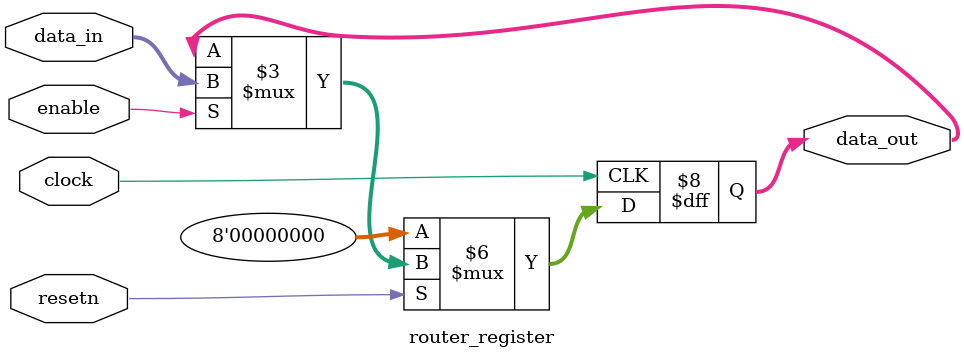
<source format=v>
module router_register(
    input clock,
    input resetn,
    input enable,
    input [7:0] data_in,
    output reg [7:0] data_out
);
    always @(posedge clock) begin
        if (!resetn) begin
            data_out <= 8'h0;
        end else if (enable) begin
            data_out <= data_in;
        end
        // If enable is low, data_out holds its current value
    end
endmodule
</source>
